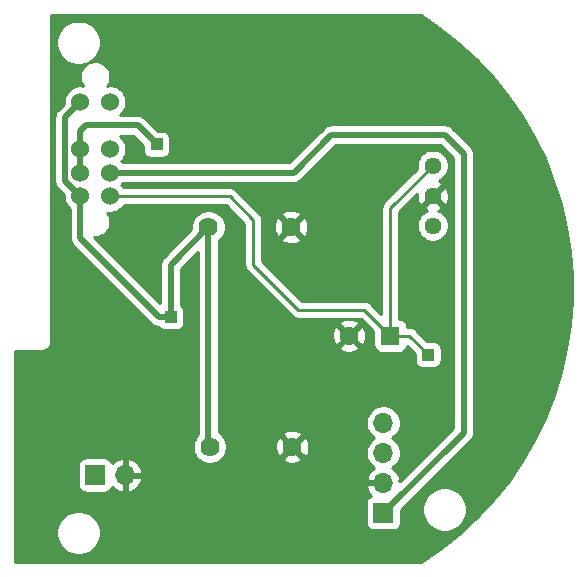
<source format=gbr>
%TF.GenerationSoftware,KiCad,Pcbnew,(5.1.10)-1*%
%TF.CreationDate,2022-05-30T19:02:36+03:00*%
%TF.ProjectId,night-light,6e696768-742d-46c6-9967-68742e6b6963,rev?*%
%TF.SameCoordinates,Original*%
%TF.FileFunction,Copper,L2,Bot*%
%TF.FilePolarity,Positive*%
%FSLAX46Y46*%
G04 Gerber Fmt 4.6, Leading zero omitted, Abs format (unit mm)*
G04 Created by KiCad (PCBNEW (5.1.10)-1) date 2022-05-30 19:02:36*
%MOMM*%
%LPD*%
G01*
G04 APERTURE LIST*
%TA.AperFunction,ComponentPad*%
%ADD10R,1.000000X1.000000*%
%TD*%
%TA.AperFunction,ComponentPad*%
%ADD11C,1.524000*%
%TD*%
%TA.AperFunction,ComponentPad*%
%ADD12C,1.440000*%
%TD*%
%TA.AperFunction,ComponentPad*%
%ADD13O,1.700000X1.700000*%
%TD*%
%TA.AperFunction,ComponentPad*%
%ADD14R,1.700000X1.700000*%
%TD*%
%TA.AperFunction,ComponentPad*%
%ADD15C,1.600000*%
%TD*%
%TA.AperFunction,ComponentPad*%
%ADD16R,1.600000X1.600000*%
%TD*%
%TA.AperFunction,ComponentPad*%
%ADD17C,1.624000*%
%TD*%
%TA.AperFunction,Conductor*%
%ADD18C,0.500000*%
%TD*%
%TA.AperFunction,Conductor*%
%ADD19C,0.250000*%
%TD*%
%TA.AperFunction,Conductor*%
%ADD20C,0.254000*%
%TD*%
%TA.AperFunction,Conductor*%
%ADD21C,0.100000*%
%TD*%
G04 APERTURE END LIST*
D10*
%TO.P,REF\u002A\u002A,1*%
%TO.N,BAT+*%
X31400000Y-29200000D03*
%TD*%
%TO.P,REF\u002A\u002A,1*%
%TO.N,Vch*%
X32600000Y-43800000D03*
%TD*%
%TO.P,REF\u002A\u002A,1*%
%TO.N,A_ON*%
X54400000Y-47000000D03*
%TD*%
D11*
%TO.P,SW1,4*%
%TO.N,Vch*%
X24950000Y-33600000D03*
%TO.P,SW1,3*%
%TO.N,BAT+*%
X24950000Y-31600000D03*
%TO.P,SW1,2*%
X24950000Y-29600000D03*
%TO.P,SW1,1*%
%TO.N,Vch*%
X24950000Y-25600000D03*
%TO.P,SW1,8*%
%TO.N,A_ON*%
X27450000Y-33600000D03*
%TO.P,SW1,7*%
%TO.N,+3V3*%
X27450000Y-31600000D03*
%TO.P,SW1,6*%
%TO.N,Net-(SW1-Pad6)*%
X27450000Y-29600000D03*
%TO.P,SW1,5*%
%TO.N,Net-(SW1-Pad5)*%
X27450000Y-25600000D03*
%TD*%
D12*
%TO.P,RV1,3*%
%TO.N,Net-(RV1-Pad3)*%
X54800000Y-36080000D03*
%TO.P,RV1,2*%
%TO.N,SOL-*%
X54800000Y-33540000D03*
%TO.P,RV1,1*%
%TO.N,A_ON*%
X54800000Y-31000000D03*
%TD*%
D13*
%TO.P,J2,2*%
%TO.N,SOL-*%
X28740000Y-57200000D03*
D14*
%TO.P,J2,1*%
%TO.N,SOL+*%
X26200000Y-57200000D03*
%TD*%
D13*
%TO.P,J1,4*%
%TO.N,+5V*%
X50600000Y-52780000D03*
%TO.P,J1,3*%
%TO.N,MOTION*%
X50600000Y-55320000D03*
%TO.P,J1,2*%
%TO.N,SOL-*%
X50600000Y-57860000D03*
D14*
%TO.P,J1,1*%
%TO.N,+3V3*%
X50600000Y-60400000D03*
%TD*%
D15*
%TO.P,C6,2*%
%TO.N,SOL-*%
X47700000Y-45400000D03*
D16*
%TO.P,C6,1*%
%TO.N,A_ON*%
X51200000Y-45400000D03*
%TD*%
D17*
%TO.P,C2,1*%
%TO.N,Vch*%
X35900000Y-54800000D03*
%TO.P,C2,2*%
%TO.N,SOL-*%
X42900000Y-54800000D03*
%TD*%
%TO.P,C1,1*%
%TO.N,Vch*%
X35800000Y-36200000D03*
%TO.P,C1,2*%
%TO.N,SOL-*%
X42800000Y-36200000D03*
%TD*%
D18*
%TO.N,Vch*%
X35800000Y-54700000D02*
X35900000Y-54800000D01*
X35800000Y-36200000D02*
X35800000Y-54700000D01*
X32600000Y-39400000D02*
X35800000Y-36200000D01*
X32600000Y-43800000D02*
X32600000Y-39400000D01*
X31600000Y-43800000D02*
X32600000Y-43800000D01*
X24950000Y-37150000D02*
X31600000Y-43800000D01*
X24950000Y-33600000D02*
X24950000Y-37150000D01*
X23637999Y-26912001D02*
X24950000Y-25600000D01*
X23637999Y-32287999D02*
X23637999Y-26912001D01*
X24950000Y-33600000D02*
X23637999Y-32287999D01*
D19*
%TO.N,A_ON*%
X52800000Y-45400000D02*
X54200000Y-46800000D01*
X51200000Y-45400000D02*
X52800000Y-45400000D01*
X27450000Y-33600000D02*
X37600000Y-33600000D01*
X37600000Y-33600000D02*
X39600000Y-35600000D01*
X39600000Y-35600000D02*
X39600000Y-39400000D01*
X39600000Y-39400000D02*
X43400000Y-43200000D01*
X49000000Y-43200000D02*
X51200000Y-45400000D01*
X43400000Y-43200000D02*
X49000000Y-43200000D01*
X51200000Y-34600000D02*
X51200000Y-45400000D01*
X54800000Y-31000000D02*
X51200000Y-34600000D01*
D18*
%TO.N,BAT+*%
X24950000Y-29600000D02*
X24950000Y-31600000D01*
X24950000Y-29600000D02*
X24950000Y-28050000D01*
X24950000Y-28050000D02*
X25400000Y-27600000D01*
X29800000Y-27600000D02*
X31400000Y-29200000D01*
X25400000Y-27600000D02*
X29800000Y-27600000D01*
%TO.N,+3V3*%
X27450000Y-31600000D02*
X43000000Y-31600000D01*
X50600000Y-60400000D02*
X57400000Y-53600000D01*
X57400000Y-53600000D02*
X57400000Y-30000000D01*
X57400000Y-30000000D02*
X55800000Y-28400000D01*
X46200000Y-28400000D02*
X43000000Y-31600000D01*
X55800000Y-28400000D02*
X46200000Y-28400000D01*
%TD*%
D20*
%TO.N,SOL-*%
X55352996Y-19309821D02*
X56963819Y-20583131D01*
X58474630Y-21973629D01*
X59876941Y-23473501D01*
X61162841Y-25074287D01*
X62325105Y-26766996D01*
X63357173Y-28542073D01*
X64253245Y-30389542D01*
X65008272Y-32298992D01*
X65618009Y-34259684D01*
X66079018Y-36260577D01*
X66388704Y-38290396D01*
X66545326Y-40337726D01*
X66548001Y-42391025D01*
X66396714Y-44438760D01*
X66092317Y-46469374D01*
X65636520Y-48471470D01*
X65031899Y-50433730D01*
X64281848Y-52345144D01*
X63390594Y-54194938D01*
X62363143Y-55972716D01*
X61205308Y-57668427D01*
X59923576Y-59272567D01*
X58525181Y-60776084D01*
X57017988Y-62170523D01*
X55410483Y-63448029D01*
X53802164Y-64540000D01*
X19460000Y-64540000D01*
X19460000Y-61914344D01*
X22915000Y-61914344D01*
X22915000Y-62285656D01*
X22987439Y-62649834D01*
X23129534Y-62992882D01*
X23335825Y-63301618D01*
X23598382Y-63564175D01*
X23907118Y-63770466D01*
X24250166Y-63912561D01*
X24614344Y-63985000D01*
X24985656Y-63985000D01*
X25349834Y-63912561D01*
X25692882Y-63770466D01*
X26001618Y-63564175D01*
X26264175Y-63301618D01*
X26470466Y-62992882D01*
X26612561Y-62649834D01*
X26685000Y-62285656D01*
X26685000Y-61914344D01*
X26612561Y-61550166D01*
X26470466Y-61207118D01*
X26264175Y-60898382D01*
X26001618Y-60635825D01*
X25692882Y-60429534D01*
X25349834Y-60287439D01*
X24985656Y-60215000D01*
X24614344Y-60215000D01*
X24250166Y-60287439D01*
X23907118Y-60429534D01*
X23598382Y-60635825D01*
X23335825Y-60898382D01*
X23129534Y-61207118D01*
X22987439Y-61550166D01*
X22915000Y-61914344D01*
X19460000Y-61914344D01*
X19460000Y-56350000D01*
X24711928Y-56350000D01*
X24711928Y-58050000D01*
X24724188Y-58174482D01*
X24760498Y-58294180D01*
X24819463Y-58404494D01*
X24898815Y-58501185D01*
X24995506Y-58580537D01*
X25105820Y-58639502D01*
X25225518Y-58675812D01*
X25350000Y-58688072D01*
X27050000Y-58688072D01*
X27174482Y-58675812D01*
X27294180Y-58639502D01*
X27404494Y-58580537D01*
X27501185Y-58501185D01*
X27580537Y-58404494D01*
X27639502Y-58294180D01*
X27663966Y-58213534D01*
X27739731Y-58297588D01*
X27973080Y-58471641D01*
X28235901Y-58596825D01*
X28383110Y-58641476D01*
X28613000Y-58520155D01*
X28613000Y-57327000D01*
X28867000Y-57327000D01*
X28867000Y-58520155D01*
X29096890Y-58641476D01*
X29244099Y-58596825D01*
X29506920Y-58471641D01*
X29740269Y-58297588D01*
X29935178Y-58081355D01*
X30084157Y-57831252D01*
X30181481Y-57556891D01*
X30060814Y-57327000D01*
X28867000Y-57327000D01*
X28613000Y-57327000D01*
X28593000Y-57327000D01*
X28593000Y-57073000D01*
X28613000Y-57073000D01*
X28613000Y-55879845D01*
X28867000Y-55879845D01*
X28867000Y-57073000D01*
X30060814Y-57073000D01*
X30181481Y-56843109D01*
X30084157Y-56568748D01*
X29935178Y-56318645D01*
X29740269Y-56102412D01*
X29506920Y-55928359D01*
X29244099Y-55803175D01*
X29096890Y-55758524D01*
X28867000Y-55879845D01*
X28613000Y-55879845D01*
X28383110Y-55758524D01*
X28235901Y-55803175D01*
X27973080Y-55928359D01*
X27739731Y-56102412D01*
X27663966Y-56186466D01*
X27639502Y-56105820D01*
X27580537Y-55995506D01*
X27501185Y-55898815D01*
X27404494Y-55819463D01*
X27294180Y-55760498D01*
X27174482Y-55724188D01*
X27050000Y-55711928D01*
X25350000Y-55711928D01*
X25225518Y-55724188D01*
X25105820Y-55760498D01*
X24995506Y-55819463D01*
X24898815Y-55898815D01*
X24819463Y-55995506D01*
X24760498Y-56105820D01*
X24724188Y-56225518D01*
X24711928Y-56350000D01*
X19460000Y-56350000D01*
X19460000Y-46660000D01*
X21767581Y-46660000D01*
X21800000Y-46663193D01*
X21832419Y-46660000D01*
X21929383Y-46650450D01*
X22053793Y-46612710D01*
X22168450Y-46551425D01*
X22268948Y-46468948D01*
X22351425Y-46368450D01*
X22412710Y-46253793D01*
X22450450Y-46129383D01*
X22463193Y-46000000D01*
X22460000Y-45967581D01*
X22460000Y-26912001D01*
X22748718Y-26912001D01*
X22753000Y-26955480D01*
X22752999Y-32244530D01*
X22748718Y-32287999D01*
X22752999Y-32331468D01*
X22752999Y-32331475D01*
X22756005Y-32361995D01*
X22765804Y-32461489D01*
X22781156Y-32512095D01*
X22816410Y-32628311D01*
X22898588Y-32782057D01*
X23009182Y-32916816D01*
X23042955Y-32944533D01*
X23554299Y-33455877D01*
X23553000Y-33462408D01*
X23553000Y-33737592D01*
X23606686Y-34007490D01*
X23711995Y-34261727D01*
X23864880Y-34490535D01*
X24059465Y-34685120D01*
X24065000Y-34688819D01*
X24065001Y-37106521D01*
X24060719Y-37150000D01*
X24077805Y-37323490D01*
X24128412Y-37490313D01*
X24210590Y-37644059D01*
X24293468Y-37745046D01*
X24293471Y-37745049D01*
X24321184Y-37778817D01*
X24354952Y-37806530D01*
X30943470Y-44395049D01*
X30971183Y-44428817D01*
X31004951Y-44456530D01*
X31004953Y-44456532D01*
X31071614Y-44511239D01*
X31105941Y-44539411D01*
X31259687Y-44621589D01*
X31426510Y-44672195D01*
X31556523Y-44685000D01*
X31556533Y-44685000D01*
X31597837Y-44689068D01*
X31648815Y-44751185D01*
X31745506Y-44830537D01*
X31855820Y-44889502D01*
X31975518Y-44925812D01*
X32100000Y-44938072D01*
X33100000Y-44938072D01*
X33224482Y-44925812D01*
X33344180Y-44889502D01*
X33454494Y-44830537D01*
X33551185Y-44751185D01*
X33630537Y-44654494D01*
X33689502Y-44544180D01*
X33725812Y-44424482D01*
X33738072Y-44300000D01*
X33738072Y-43300000D01*
X33725812Y-43175518D01*
X33689502Y-43055820D01*
X33630537Y-42945506D01*
X33551185Y-42848815D01*
X33485000Y-42794499D01*
X33485000Y-39766578D01*
X34915000Y-38336578D01*
X34915001Y-53738633D01*
X34776042Y-53877592D01*
X34617686Y-54114589D01*
X34508608Y-54377926D01*
X34453000Y-54657483D01*
X34453000Y-54942517D01*
X34508608Y-55222074D01*
X34617686Y-55485411D01*
X34776042Y-55722408D01*
X34977592Y-55923958D01*
X35214589Y-56082314D01*
X35477926Y-56191392D01*
X35757483Y-56247000D01*
X36042517Y-56247000D01*
X36322074Y-56191392D01*
X36585411Y-56082314D01*
X36822408Y-55923958D01*
X36945096Y-55801270D01*
X42078335Y-55801270D01*
X42151371Y-56046464D01*
X42408928Y-56168564D01*
X42685358Y-56238071D01*
X42970036Y-56252314D01*
X43252023Y-56210744D01*
X43520482Y-56114961D01*
X43648629Y-56046464D01*
X43721665Y-55801270D01*
X42900000Y-54979605D01*
X42078335Y-55801270D01*
X36945096Y-55801270D01*
X37023958Y-55722408D01*
X37182314Y-55485411D01*
X37291392Y-55222074D01*
X37347000Y-54942517D01*
X37347000Y-54870036D01*
X41447686Y-54870036D01*
X41489256Y-55152023D01*
X41585039Y-55420482D01*
X41653536Y-55548629D01*
X41898730Y-55621665D01*
X42720395Y-54800000D01*
X43079605Y-54800000D01*
X43901270Y-55621665D01*
X44146464Y-55548629D01*
X44268564Y-55291072D01*
X44338071Y-55014642D01*
X44352314Y-54729964D01*
X44310744Y-54447977D01*
X44214961Y-54179518D01*
X44146464Y-54051371D01*
X43901270Y-53978335D01*
X43079605Y-54800000D01*
X42720395Y-54800000D01*
X41898730Y-53978335D01*
X41653536Y-54051371D01*
X41531436Y-54308928D01*
X41461929Y-54585358D01*
X41447686Y-54870036D01*
X37347000Y-54870036D01*
X37347000Y-54657483D01*
X37291392Y-54377926D01*
X37182314Y-54114589D01*
X37023958Y-53877592D01*
X36945096Y-53798730D01*
X42078335Y-53798730D01*
X42900000Y-54620395D01*
X43721665Y-53798730D01*
X43648629Y-53553536D01*
X43391072Y-53431436D01*
X43114642Y-53361929D01*
X42829964Y-53347686D01*
X42547977Y-53389256D01*
X42279518Y-53485039D01*
X42151371Y-53553536D01*
X42078335Y-53798730D01*
X36945096Y-53798730D01*
X36822408Y-53676042D01*
X36685000Y-53584229D01*
X36685000Y-46392702D01*
X46886903Y-46392702D01*
X46958486Y-46636671D01*
X47213996Y-46757571D01*
X47488184Y-46826300D01*
X47770512Y-46840217D01*
X48050130Y-46798787D01*
X48316292Y-46703603D01*
X48441514Y-46636671D01*
X48513097Y-46392702D01*
X47700000Y-45579605D01*
X46886903Y-46392702D01*
X36685000Y-46392702D01*
X36685000Y-45470512D01*
X46259783Y-45470512D01*
X46301213Y-45750130D01*
X46396397Y-46016292D01*
X46463329Y-46141514D01*
X46707298Y-46213097D01*
X47520395Y-45400000D01*
X47879605Y-45400000D01*
X48692702Y-46213097D01*
X48936671Y-46141514D01*
X49057571Y-45886004D01*
X49126300Y-45611816D01*
X49140217Y-45329488D01*
X49098787Y-45049870D01*
X49003603Y-44783708D01*
X48936671Y-44658486D01*
X48692702Y-44586903D01*
X47879605Y-45400000D01*
X47520395Y-45400000D01*
X46707298Y-44586903D01*
X46463329Y-44658486D01*
X46342429Y-44913996D01*
X46273700Y-45188184D01*
X46259783Y-45470512D01*
X36685000Y-45470512D01*
X36685000Y-37348953D01*
X36722408Y-37323958D01*
X36923958Y-37122408D01*
X37082314Y-36885411D01*
X37191392Y-36622074D01*
X37247000Y-36342517D01*
X37247000Y-36057483D01*
X37191392Y-35777926D01*
X37082314Y-35514589D01*
X36923958Y-35277592D01*
X36722408Y-35076042D01*
X36485411Y-34917686D01*
X36222074Y-34808608D01*
X35942517Y-34753000D01*
X35657483Y-34753000D01*
X35377926Y-34808608D01*
X35114589Y-34917686D01*
X34877592Y-35076042D01*
X34676042Y-35277592D01*
X34517686Y-35514589D01*
X34408608Y-35777926D01*
X34353000Y-36057483D01*
X34353000Y-36342517D01*
X34361777Y-36386644D01*
X32004951Y-38743471D01*
X31971184Y-38771183D01*
X31943471Y-38804951D01*
X31943468Y-38804954D01*
X31860590Y-38905941D01*
X31778412Y-39059687D01*
X31727805Y-39226510D01*
X31710719Y-39400000D01*
X31715001Y-39443479D01*
X31715000Y-42663421D01*
X26086578Y-37035000D01*
X26326561Y-37035000D01*
X26574821Y-36985619D01*
X26808676Y-36888753D01*
X27019140Y-36748125D01*
X27198125Y-36569140D01*
X27338753Y-36358676D01*
X27435619Y-36124821D01*
X27485000Y-35876561D01*
X27485000Y-35623439D01*
X27435619Y-35375179D01*
X27338753Y-35141324D01*
X27231575Y-34980921D01*
X27312408Y-34997000D01*
X27587592Y-34997000D01*
X27857490Y-34943314D01*
X28111727Y-34838005D01*
X28340535Y-34685120D01*
X28535120Y-34490535D01*
X28622341Y-34360000D01*
X37285199Y-34360000D01*
X38840000Y-35914802D01*
X38840001Y-39362668D01*
X38836324Y-39400000D01*
X38850998Y-39548985D01*
X38894454Y-39692246D01*
X38965026Y-39824276D01*
X39036201Y-39911002D01*
X39060000Y-39940001D01*
X39088998Y-39963799D01*
X42836200Y-43711002D01*
X42859999Y-43740001D01*
X42888997Y-43763799D01*
X42975724Y-43834974D01*
X43107753Y-43905546D01*
X43251014Y-43949003D01*
X43400000Y-43963677D01*
X43437333Y-43960000D01*
X47628023Y-43960000D01*
X47349870Y-44001213D01*
X47083708Y-44096397D01*
X46958486Y-44163329D01*
X46886903Y-44407298D01*
X47700000Y-45220395D01*
X48513097Y-44407298D01*
X48441514Y-44163329D01*
X48186004Y-44042429D01*
X47911816Y-43973700D01*
X47633890Y-43960000D01*
X48685199Y-43960000D01*
X49761928Y-45036730D01*
X49761928Y-46200000D01*
X49774188Y-46324482D01*
X49810498Y-46444180D01*
X49869463Y-46554494D01*
X49948815Y-46651185D01*
X50045506Y-46730537D01*
X50155820Y-46789502D01*
X50275518Y-46825812D01*
X50400000Y-46838072D01*
X52000000Y-46838072D01*
X52124482Y-46825812D01*
X52244180Y-46789502D01*
X52354494Y-46730537D01*
X52451185Y-46651185D01*
X52530537Y-46554494D01*
X52589502Y-46444180D01*
X52625812Y-46324482D01*
X52627952Y-46302753D01*
X53261928Y-46936730D01*
X53261928Y-47500000D01*
X53274188Y-47624482D01*
X53310498Y-47744180D01*
X53369463Y-47854494D01*
X53448815Y-47951185D01*
X53545506Y-48030537D01*
X53655820Y-48089502D01*
X53775518Y-48125812D01*
X53900000Y-48138072D01*
X54900000Y-48138072D01*
X55024482Y-48125812D01*
X55144180Y-48089502D01*
X55254494Y-48030537D01*
X55351185Y-47951185D01*
X55430537Y-47854494D01*
X55489502Y-47744180D01*
X55525812Y-47624482D01*
X55538072Y-47500000D01*
X55538072Y-46500000D01*
X55525812Y-46375518D01*
X55489502Y-46255820D01*
X55430537Y-46145506D01*
X55351185Y-46048815D01*
X55254494Y-45969463D01*
X55144180Y-45910498D01*
X55024482Y-45874188D01*
X54900000Y-45861928D01*
X54336730Y-45861928D01*
X53363804Y-44889003D01*
X53340001Y-44859999D01*
X53224276Y-44765026D01*
X53092247Y-44694454D01*
X52948986Y-44650997D01*
X52837333Y-44640000D01*
X52837322Y-44640000D01*
X52800000Y-44636324D01*
X52762678Y-44640000D01*
X52638072Y-44640000D01*
X52638072Y-44600000D01*
X52625812Y-44475518D01*
X52589502Y-44355820D01*
X52530537Y-44245506D01*
X52451185Y-44148815D01*
X52354494Y-44069463D01*
X52244180Y-44010498D01*
X52124482Y-43974188D01*
X52000000Y-43961928D01*
X51960000Y-43961928D01*
X51960000Y-35946544D01*
X53445000Y-35946544D01*
X53445000Y-36213456D01*
X53497072Y-36475239D01*
X53599215Y-36721833D01*
X53747503Y-36943762D01*
X53936238Y-37132497D01*
X54158167Y-37280785D01*
X54404761Y-37382928D01*
X54666544Y-37435000D01*
X54933456Y-37435000D01*
X55195239Y-37382928D01*
X55441833Y-37280785D01*
X55663762Y-37132497D01*
X55852497Y-36943762D01*
X56000785Y-36721833D01*
X56102928Y-36475239D01*
X56155000Y-36213456D01*
X56155000Y-35946544D01*
X56102928Y-35684761D01*
X56000785Y-35438167D01*
X55852497Y-35216238D01*
X55663762Y-35027503D01*
X55441833Y-34879215D01*
X55273676Y-34809562D01*
X55388353Y-34767875D01*
X55494068Y-34711368D01*
X55555955Y-34475560D01*
X54800000Y-33719605D01*
X54044045Y-34475560D01*
X54105932Y-34711368D01*
X54321007Y-34811764D01*
X54158167Y-34879215D01*
X53936238Y-35027503D01*
X53747503Y-35216238D01*
X53599215Y-35438167D01*
X53497072Y-35684761D01*
X53445000Y-35946544D01*
X51960000Y-35946544D01*
X51960000Y-34914801D01*
X53448705Y-33426097D01*
X53440439Y-33613680D01*
X53480937Y-33877501D01*
X53572125Y-34128353D01*
X53628632Y-34234068D01*
X53864440Y-34295955D01*
X54620395Y-33540000D01*
X54979605Y-33540000D01*
X55735560Y-34295955D01*
X55971368Y-34234068D01*
X56084266Y-33992210D01*
X56147811Y-33732973D01*
X56159561Y-33466320D01*
X56119063Y-33202499D01*
X56027875Y-32951647D01*
X55971368Y-32845932D01*
X55735560Y-32784045D01*
X54979605Y-33540000D01*
X54620395Y-33540000D01*
X54606253Y-33525858D01*
X54785858Y-33346253D01*
X54800000Y-33360395D01*
X55555955Y-32604440D01*
X55494068Y-32368632D01*
X55278993Y-32268236D01*
X55441833Y-32200785D01*
X55663762Y-32052497D01*
X55852497Y-31863762D01*
X56000785Y-31641833D01*
X56102928Y-31395239D01*
X56155000Y-31133456D01*
X56155000Y-30866544D01*
X56102928Y-30604761D01*
X56000785Y-30358167D01*
X55852497Y-30136238D01*
X55663762Y-29947503D01*
X55441833Y-29799215D01*
X55195239Y-29697072D01*
X54933456Y-29645000D01*
X54666544Y-29645000D01*
X54404761Y-29697072D01*
X54158167Y-29799215D01*
X53936238Y-29947503D01*
X53747503Y-30136238D01*
X53599215Y-30358167D01*
X53497072Y-30604761D01*
X53445000Y-30866544D01*
X53445000Y-31133456D01*
X53469346Y-31255852D01*
X50689003Y-34036196D01*
X50659999Y-34059999D01*
X50604871Y-34127174D01*
X50565026Y-34175724D01*
X50500761Y-34295955D01*
X50494454Y-34307754D01*
X50450997Y-34451015D01*
X50440000Y-34562668D01*
X50440000Y-34562678D01*
X50436324Y-34600000D01*
X50440000Y-34637322D01*
X50440001Y-43565199D01*
X49563804Y-42689003D01*
X49540001Y-42659999D01*
X49424276Y-42565026D01*
X49292247Y-42494454D01*
X49148986Y-42450997D01*
X49037333Y-42440000D01*
X49037322Y-42440000D01*
X49000000Y-42436324D01*
X48962678Y-42440000D01*
X43714802Y-42440000D01*
X40360000Y-39085199D01*
X40360000Y-37201270D01*
X41978335Y-37201270D01*
X42051371Y-37446464D01*
X42308928Y-37568564D01*
X42585358Y-37638071D01*
X42870036Y-37652314D01*
X43152023Y-37610744D01*
X43420482Y-37514961D01*
X43548629Y-37446464D01*
X43621665Y-37201270D01*
X42800000Y-36379605D01*
X41978335Y-37201270D01*
X40360000Y-37201270D01*
X40360000Y-36270036D01*
X41347686Y-36270036D01*
X41389256Y-36552023D01*
X41485039Y-36820482D01*
X41553536Y-36948629D01*
X41798730Y-37021665D01*
X42620395Y-36200000D01*
X42979605Y-36200000D01*
X43801270Y-37021665D01*
X44046464Y-36948629D01*
X44168564Y-36691072D01*
X44238071Y-36414642D01*
X44252314Y-36129964D01*
X44210744Y-35847977D01*
X44114961Y-35579518D01*
X44046464Y-35451371D01*
X43801270Y-35378335D01*
X42979605Y-36200000D01*
X42620395Y-36200000D01*
X41798730Y-35378335D01*
X41553536Y-35451371D01*
X41431436Y-35708928D01*
X41361929Y-35985358D01*
X41347686Y-36270036D01*
X40360000Y-36270036D01*
X40360000Y-35637322D01*
X40363676Y-35599999D01*
X40360000Y-35562676D01*
X40360000Y-35562667D01*
X40349003Y-35451014D01*
X40305546Y-35307753D01*
X40289424Y-35277592D01*
X40247272Y-35198730D01*
X41978335Y-35198730D01*
X42800000Y-36020395D01*
X43621665Y-35198730D01*
X43548629Y-34953536D01*
X43291072Y-34831436D01*
X43014642Y-34761929D01*
X42729964Y-34747686D01*
X42447977Y-34789256D01*
X42179518Y-34885039D01*
X42051371Y-34953536D01*
X41978335Y-35198730D01*
X40247272Y-35198730D01*
X40234974Y-35175723D01*
X40163799Y-35088997D01*
X40140001Y-35059999D01*
X40111004Y-35036202D01*
X38163804Y-33089003D01*
X38140001Y-33059999D01*
X38024276Y-32965026D01*
X37892247Y-32894454D01*
X37748986Y-32850997D01*
X37637333Y-32840000D01*
X37637322Y-32840000D01*
X37600000Y-32836324D01*
X37562678Y-32840000D01*
X28622341Y-32840000D01*
X28535120Y-32709465D01*
X28425655Y-32600000D01*
X28535120Y-32490535D01*
X28538818Y-32485000D01*
X42956531Y-32485000D01*
X43000000Y-32489281D01*
X43043469Y-32485000D01*
X43043477Y-32485000D01*
X43173490Y-32472195D01*
X43340313Y-32421589D01*
X43494059Y-32339411D01*
X43628817Y-32228817D01*
X43656534Y-32195044D01*
X46566579Y-29285000D01*
X55433422Y-29285000D01*
X56515001Y-30366580D01*
X56515000Y-53233421D01*
X52015424Y-57732998D01*
X51920156Y-57732998D01*
X52041476Y-57503110D01*
X51996825Y-57355901D01*
X51871641Y-57093080D01*
X51697588Y-56859731D01*
X51481355Y-56664822D01*
X51364466Y-56595195D01*
X51546632Y-56473475D01*
X51753475Y-56266632D01*
X51915990Y-56023411D01*
X52027932Y-55753158D01*
X52085000Y-55466260D01*
X52085000Y-55173740D01*
X52027932Y-54886842D01*
X51915990Y-54616589D01*
X51753475Y-54373368D01*
X51546632Y-54166525D01*
X51372240Y-54050000D01*
X51546632Y-53933475D01*
X51753475Y-53726632D01*
X51915990Y-53483411D01*
X52027932Y-53213158D01*
X52085000Y-52926260D01*
X52085000Y-52633740D01*
X52027932Y-52346842D01*
X51915990Y-52076589D01*
X51753475Y-51833368D01*
X51546632Y-51626525D01*
X51303411Y-51464010D01*
X51033158Y-51352068D01*
X50746260Y-51295000D01*
X50453740Y-51295000D01*
X50166842Y-51352068D01*
X49896589Y-51464010D01*
X49653368Y-51626525D01*
X49446525Y-51833368D01*
X49284010Y-52076589D01*
X49172068Y-52346842D01*
X49115000Y-52633740D01*
X49115000Y-52926260D01*
X49172068Y-53213158D01*
X49284010Y-53483411D01*
X49446525Y-53726632D01*
X49653368Y-53933475D01*
X49827760Y-54050000D01*
X49653368Y-54166525D01*
X49446525Y-54373368D01*
X49284010Y-54616589D01*
X49172068Y-54886842D01*
X49115000Y-55173740D01*
X49115000Y-55466260D01*
X49172068Y-55753158D01*
X49284010Y-56023411D01*
X49446525Y-56266632D01*
X49653368Y-56473475D01*
X49835534Y-56595195D01*
X49718645Y-56664822D01*
X49502412Y-56859731D01*
X49328359Y-57093080D01*
X49203175Y-57355901D01*
X49158524Y-57503110D01*
X49279845Y-57733000D01*
X50473000Y-57733000D01*
X50473000Y-57713000D01*
X50727000Y-57713000D01*
X50727000Y-57733000D01*
X50747000Y-57733000D01*
X50747000Y-57987000D01*
X50727000Y-57987000D01*
X50727000Y-58007000D01*
X50473000Y-58007000D01*
X50473000Y-57987000D01*
X49279845Y-57987000D01*
X49158524Y-58216890D01*
X49203175Y-58364099D01*
X49328359Y-58626920D01*
X49502412Y-58860269D01*
X49586466Y-58936034D01*
X49505820Y-58960498D01*
X49395506Y-59019463D01*
X49298815Y-59098815D01*
X49219463Y-59195506D01*
X49160498Y-59305820D01*
X49124188Y-59425518D01*
X49111928Y-59550000D01*
X49111928Y-61250000D01*
X49124188Y-61374482D01*
X49160498Y-61494180D01*
X49219463Y-61604494D01*
X49298815Y-61701185D01*
X49395506Y-61780537D01*
X49505820Y-61839502D01*
X49625518Y-61875812D01*
X49750000Y-61888072D01*
X51450000Y-61888072D01*
X51574482Y-61875812D01*
X51694180Y-61839502D01*
X51804494Y-61780537D01*
X51901185Y-61701185D01*
X51980537Y-61604494D01*
X52039502Y-61494180D01*
X52075812Y-61374482D01*
X52088072Y-61250000D01*
X52088072Y-60163506D01*
X52337234Y-59914344D01*
X53915000Y-59914344D01*
X53915000Y-60285656D01*
X53987439Y-60649834D01*
X54129534Y-60992882D01*
X54335825Y-61301618D01*
X54598382Y-61564175D01*
X54907118Y-61770466D01*
X55250166Y-61912561D01*
X55614344Y-61985000D01*
X55985656Y-61985000D01*
X56349834Y-61912561D01*
X56692882Y-61770466D01*
X57001618Y-61564175D01*
X57264175Y-61301618D01*
X57470466Y-60992882D01*
X57612561Y-60649834D01*
X57685000Y-60285656D01*
X57685000Y-59914344D01*
X57612561Y-59550166D01*
X57470466Y-59207118D01*
X57264175Y-58898382D01*
X57001618Y-58635825D01*
X56692882Y-58429534D01*
X56349834Y-58287439D01*
X55985656Y-58215000D01*
X55614344Y-58215000D01*
X55250166Y-58287439D01*
X54907118Y-58429534D01*
X54598382Y-58635825D01*
X54335825Y-58898382D01*
X54129534Y-59207118D01*
X53987439Y-59550166D01*
X53915000Y-59914344D01*
X52337234Y-59914344D01*
X57995051Y-54256528D01*
X58028817Y-54228817D01*
X58074223Y-54173491D01*
X58139410Y-54094060D01*
X58139411Y-54094059D01*
X58221589Y-53940313D01*
X58272195Y-53773490D01*
X58285000Y-53643477D01*
X58285000Y-53643467D01*
X58289281Y-53600001D01*
X58285000Y-53556535D01*
X58285000Y-30043469D01*
X58289281Y-30000000D01*
X58285000Y-29956531D01*
X58285000Y-29956523D01*
X58272195Y-29826510D01*
X58221589Y-29659687D01*
X58139411Y-29505941D01*
X58128022Y-29492063D01*
X58056532Y-29404953D01*
X58056530Y-29404951D01*
X58028817Y-29371183D01*
X57995049Y-29343470D01*
X56456534Y-27804956D01*
X56428817Y-27771183D01*
X56294059Y-27660589D01*
X56140313Y-27578411D01*
X55973490Y-27527805D01*
X55843477Y-27515000D01*
X55843469Y-27515000D01*
X55800000Y-27510719D01*
X55756531Y-27515000D01*
X46243465Y-27515000D01*
X46199999Y-27510719D01*
X46156533Y-27515000D01*
X46156523Y-27515000D01*
X46026510Y-27527805D01*
X45859687Y-27578411D01*
X45705941Y-27660589D01*
X45705939Y-27660590D01*
X45705940Y-27660590D01*
X45604953Y-27743468D01*
X45604951Y-27743470D01*
X45571183Y-27771183D01*
X45543470Y-27804951D01*
X42633422Y-30715000D01*
X28538818Y-30715000D01*
X28535120Y-30709465D01*
X28425655Y-30600000D01*
X28535120Y-30490535D01*
X28688005Y-30261727D01*
X28793314Y-30007490D01*
X28847000Y-29737592D01*
X28847000Y-29462408D01*
X28793314Y-29192510D01*
X28688005Y-28938273D01*
X28535120Y-28709465D01*
X28340535Y-28514880D01*
X28295817Y-28485000D01*
X29433422Y-28485000D01*
X30261928Y-29313507D01*
X30261928Y-29700000D01*
X30274188Y-29824482D01*
X30310498Y-29944180D01*
X30369463Y-30054494D01*
X30448815Y-30151185D01*
X30545506Y-30230537D01*
X30655820Y-30289502D01*
X30775518Y-30325812D01*
X30900000Y-30338072D01*
X31900000Y-30338072D01*
X32024482Y-30325812D01*
X32144180Y-30289502D01*
X32254494Y-30230537D01*
X32351185Y-30151185D01*
X32430537Y-30054494D01*
X32489502Y-29944180D01*
X32525812Y-29824482D01*
X32538072Y-29700000D01*
X32538072Y-28700000D01*
X32525812Y-28575518D01*
X32489502Y-28455820D01*
X32430537Y-28345506D01*
X32351185Y-28248815D01*
X32254494Y-28169463D01*
X32144180Y-28110498D01*
X32024482Y-28074188D01*
X31900000Y-28061928D01*
X31513507Y-28061928D01*
X30456534Y-27004956D01*
X30428817Y-26971183D01*
X30294059Y-26860589D01*
X30140313Y-26778411D01*
X29973490Y-26727805D01*
X29843477Y-26715000D01*
X29843469Y-26715000D01*
X29800000Y-26710719D01*
X29756531Y-26715000D01*
X28295817Y-26715000D01*
X28340535Y-26685120D01*
X28535120Y-26490535D01*
X28688005Y-26261727D01*
X28793314Y-26007490D01*
X28847000Y-25737592D01*
X28847000Y-25462408D01*
X28793314Y-25192510D01*
X28688005Y-24938273D01*
X28535120Y-24709465D01*
X28340535Y-24514880D01*
X28111727Y-24361995D01*
X27857490Y-24256686D01*
X27587592Y-24203000D01*
X27312408Y-24203000D01*
X27231575Y-24219079D01*
X27338753Y-24058676D01*
X27435619Y-23824821D01*
X27485000Y-23576561D01*
X27485000Y-23323439D01*
X27435619Y-23075179D01*
X27338753Y-22841324D01*
X27198125Y-22630860D01*
X27019140Y-22451875D01*
X26808676Y-22311247D01*
X26574821Y-22214381D01*
X26326561Y-22165000D01*
X26073439Y-22165000D01*
X25825179Y-22214381D01*
X25697945Y-22267083D01*
X26001618Y-22064175D01*
X26264175Y-21801618D01*
X26470466Y-21492882D01*
X26612561Y-21149834D01*
X26685000Y-20785656D01*
X26685000Y-20414344D01*
X26612561Y-20050166D01*
X26470466Y-19707118D01*
X26264175Y-19398382D01*
X26001618Y-19135825D01*
X25692882Y-18929534D01*
X25349834Y-18787439D01*
X24985656Y-18715000D01*
X24614344Y-18715000D01*
X24250166Y-18787439D01*
X23907118Y-18929534D01*
X23598382Y-19135825D01*
X23335825Y-19398382D01*
X23129534Y-19707118D01*
X22987439Y-20050166D01*
X22915000Y-20414344D01*
X22915000Y-20785656D01*
X22987439Y-21149834D01*
X23129534Y-21492882D01*
X23335825Y-21801618D01*
X23598382Y-22064175D01*
X23907118Y-22270466D01*
X24250166Y-22412561D01*
X24614344Y-22485000D01*
X24985656Y-22485000D01*
X25349834Y-22412561D01*
X25586262Y-22314630D01*
X25380860Y-22451875D01*
X25201875Y-22630860D01*
X25061247Y-22841324D01*
X24964381Y-23075179D01*
X24915000Y-23323439D01*
X24915000Y-23576561D01*
X24964381Y-23824821D01*
X25061247Y-24058676D01*
X25168425Y-24219079D01*
X25087592Y-24203000D01*
X24812408Y-24203000D01*
X24542510Y-24256686D01*
X24288273Y-24361995D01*
X24059465Y-24514880D01*
X23864880Y-24709465D01*
X23711995Y-24938273D01*
X23606686Y-25192510D01*
X23553000Y-25462408D01*
X23553000Y-25737592D01*
X23554299Y-25744123D01*
X23042950Y-26255472D01*
X23009183Y-26283184D01*
X22981470Y-26316952D01*
X22981467Y-26316955D01*
X22898589Y-26417942D01*
X22816411Y-26571688D01*
X22765804Y-26738511D01*
X22748718Y-26912001D01*
X22460000Y-26912001D01*
X22460000Y-18260000D01*
X53798059Y-18260000D01*
X55352996Y-19309821D01*
%TA.AperFunction,Conductor*%
D21*
G36*
X55352996Y-19309821D02*
G01*
X56963819Y-20583131D01*
X58474630Y-21973629D01*
X59876941Y-23473501D01*
X61162841Y-25074287D01*
X62325105Y-26766996D01*
X63357173Y-28542073D01*
X64253245Y-30389542D01*
X65008272Y-32298992D01*
X65618009Y-34259684D01*
X66079018Y-36260577D01*
X66388704Y-38290396D01*
X66545326Y-40337726D01*
X66548001Y-42391025D01*
X66396714Y-44438760D01*
X66092317Y-46469374D01*
X65636520Y-48471470D01*
X65031899Y-50433730D01*
X64281848Y-52345144D01*
X63390594Y-54194938D01*
X62363143Y-55972716D01*
X61205308Y-57668427D01*
X59923576Y-59272567D01*
X58525181Y-60776084D01*
X57017988Y-62170523D01*
X55410483Y-63448029D01*
X53802164Y-64540000D01*
X19460000Y-64540000D01*
X19460000Y-61914344D01*
X22915000Y-61914344D01*
X22915000Y-62285656D01*
X22987439Y-62649834D01*
X23129534Y-62992882D01*
X23335825Y-63301618D01*
X23598382Y-63564175D01*
X23907118Y-63770466D01*
X24250166Y-63912561D01*
X24614344Y-63985000D01*
X24985656Y-63985000D01*
X25349834Y-63912561D01*
X25692882Y-63770466D01*
X26001618Y-63564175D01*
X26264175Y-63301618D01*
X26470466Y-62992882D01*
X26612561Y-62649834D01*
X26685000Y-62285656D01*
X26685000Y-61914344D01*
X26612561Y-61550166D01*
X26470466Y-61207118D01*
X26264175Y-60898382D01*
X26001618Y-60635825D01*
X25692882Y-60429534D01*
X25349834Y-60287439D01*
X24985656Y-60215000D01*
X24614344Y-60215000D01*
X24250166Y-60287439D01*
X23907118Y-60429534D01*
X23598382Y-60635825D01*
X23335825Y-60898382D01*
X23129534Y-61207118D01*
X22987439Y-61550166D01*
X22915000Y-61914344D01*
X19460000Y-61914344D01*
X19460000Y-56350000D01*
X24711928Y-56350000D01*
X24711928Y-58050000D01*
X24724188Y-58174482D01*
X24760498Y-58294180D01*
X24819463Y-58404494D01*
X24898815Y-58501185D01*
X24995506Y-58580537D01*
X25105820Y-58639502D01*
X25225518Y-58675812D01*
X25350000Y-58688072D01*
X27050000Y-58688072D01*
X27174482Y-58675812D01*
X27294180Y-58639502D01*
X27404494Y-58580537D01*
X27501185Y-58501185D01*
X27580537Y-58404494D01*
X27639502Y-58294180D01*
X27663966Y-58213534D01*
X27739731Y-58297588D01*
X27973080Y-58471641D01*
X28235901Y-58596825D01*
X28383110Y-58641476D01*
X28613000Y-58520155D01*
X28613000Y-57327000D01*
X28867000Y-57327000D01*
X28867000Y-58520155D01*
X29096890Y-58641476D01*
X29244099Y-58596825D01*
X29506920Y-58471641D01*
X29740269Y-58297588D01*
X29935178Y-58081355D01*
X30084157Y-57831252D01*
X30181481Y-57556891D01*
X30060814Y-57327000D01*
X28867000Y-57327000D01*
X28613000Y-57327000D01*
X28593000Y-57327000D01*
X28593000Y-57073000D01*
X28613000Y-57073000D01*
X28613000Y-55879845D01*
X28867000Y-55879845D01*
X28867000Y-57073000D01*
X30060814Y-57073000D01*
X30181481Y-56843109D01*
X30084157Y-56568748D01*
X29935178Y-56318645D01*
X29740269Y-56102412D01*
X29506920Y-55928359D01*
X29244099Y-55803175D01*
X29096890Y-55758524D01*
X28867000Y-55879845D01*
X28613000Y-55879845D01*
X28383110Y-55758524D01*
X28235901Y-55803175D01*
X27973080Y-55928359D01*
X27739731Y-56102412D01*
X27663966Y-56186466D01*
X27639502Y-56105820D01*
X27580537Y-55995506D01*
X27501185Y-55898815D01*
X27404494Y-55819463D01*
X27294180Y-55760498D01*
X27174482Y-55724188D01*
X27050000Y-55711928D01*
X25350000Y-55711928D01*
X25225518Y-55724188D01*
X25105820Y-55760498D01*
X24995506Y-55819463D01*
X24898815Y-55898815D01*
X24819463Y-55995506D01*
X24760498Y-56105820D01*
X24724188Y-56225518D01*
X24711928Y-56350000D01*
X19460000Y-56350000D01*
X19460000Y-46660000D01*
X21767581Y-46660000D01*
X21800000Y-46663193D01*
X21832419Y-46660000D01*
X21929383Y-46650450D01*
X22053793Y-46612710D01*
X22168450Y-46551425D01*
X22268948Y-46468948D01*
X22351425Y-46368450D01*
X22412710Y-46253793D01*
X22450450Y-46129383D01*
X22463193Y-46000000D01*
X22460000Y-45967581D01*
X22460000Y-26912001D01*
X22748718Y-26912001D01*
X22753000Y-26955480D01*
X22752999Y-32244530D01*
X22748718Y-32287999D01*
X22752999Y-32331468D01*
X22752999Y-32331475D01*
X22756005Y-32361995D01*
X22765804Y-32461489D01*
X22781156Y-32512095D01*
X22816410Y-32628311D01*
X22898588Y-32782057D01*
X23009182Y-32916816D01*
X23042955Y-32944533D01*
X23554299Y-33455877D01*
X23553000Y-33462408D01*
X23553000Y-33737592D01*
X23606686Y-34007490D01*
X23711995Y-34261727D01*
X23864880Y-34490535D01*
X24059465Y-34685120D01*
X24065000Y-34688819D01*
X24065001Y-37106521D01*
X24060719Y-37150000D01*
X24077805Y-37323490D01*
X24128412Y-37490313D01*
X24210590Y-37644059D01*
X24293468Y-37745046D01*
X24293471Y-37745049D01*
X24321184Y-37778817D01*
X24354952Y-37806530D01*
X30943470Y-44395049D01*
X30971183Y-44428817D01*
X31004951Y-44456530D01*
X31004953Y-44456532D01*
X31071614Y-44511239D01*
X31105941Y-44539411D01*
X31259687Y-44621589D01*
X31426510Y-44672195D01*
X31556523Y-44685000D01*
X31556533Y-44685000D01*
X31597837Y-44689068D01*
X31648815Y-44751185D01*
X31745506Y-44830537D01*
X31855820Y-44889502D01*
X31975518Y-44925812D01*
X32100000Y-44938072D01*
X33100000Y-44938072D01*
X33224482Y-44925812D01*
X33344180Y-44889502D01*
X33454494Y-44830537D01*
X33551185Y-44751185D01*
X33630537Y-44654494D01*
X33689502Y-44544180D01*
X33725812Y-44424482D01*
X33738072Y-44300000D01*
X33738072Y-43300000D01*
X33725812Y-43175518D01*
X33689502Y-43055820D01*
X33630537Y-42945506D01*
X33551185Y-42848815D01*
X33485000Y-42794499D01*
X33485000Y-39766578D01*
X34915000Y-38336578D01*
X34915001Y-53738633D01*
X34776042Y-53877592D01*
X34617686Y-54114589D01*
X34508608Y-54377926D01*
X34453000Y-54657483D01*
X34453000Y-54942517D01*
X34508608Y-55222074D01*
X34617686Y-55485411D01*
X34776042Y-55722408D01*
X34977592Y-55923958D01*
X35214589Y-56082314D01*
X35477926Y-56191392D01*
X35757483Y-56247000D01*
X36042517Y-56247000D01*
X36322074Y-56191392D01*
X36585411Y-56082314D01*
X36822408Y-55923958D01*
X36945096Y-55801270D01*
X42078335Y-55801270D01*
X42151371Y-56046464D01*
X42408928Y-56168564D01*
X42685358Y-56238071D01*
X42970036Y-56252314D01*
X43252023Y-56210744D01*
X43520482Y-56114961D01*
X43648629Y-56046464D01*
X43721665Y-55801270D01*
X42900000Y-54979605D01*
X42078335Y-55801270D01*
X36945096Y-55801270D01*
X37023958Y-55722408D01*
X37182314Y-55485411D01*
X37291392Y-55222074D01*
X37347000Y-54942517D01*
X37347000Y-54870036D01*
X41447686Y-54870036D01*
X41489256Y-55152023D01*
X41585039Y-55420482D01*
X41653536Y-55548629D01*
X41898730Y-55621665D01*
X42720395Y-54800000D01*
X43079605Y-54800000D01*
X43901270Y-55621665D01*
X44146464Y-55548629D01*
X44268564Y-55291072D01*
X44338071Y-55014642D01*
X44352314Y-54729964D01*
X44310744Y-54447977D01*
X44214961Y-54179518D01*
X44146464Y-54051371D01*
X43901270Y-53978335D01*
X43079605Y-54800000D01*
X42720395Y-54800000D01*
X41898730Y-53978335D01*
X41653536Y-54051371D01*
X41531436Y-54308928D01*
X41461929Y-54585358D01*
X41447686Y-54870036D01*
X37347000Y-54870036D01*
X37347000Y-54657483D01*
X37291392Y-54377926D01*
X37182314Y-54114589D01*
X37023958Y-53877592D01*
X36945096Y-53798730D01*
X42078335Y-53798730D01*
X42900000Y-54620395D01*
X43721665Y-53798730D01*
X43648629Y-53553536D01*
X43391072Y-53431436D01*
X43114642Y-53361929D01*
X42829964Y-53347686D01*
X42547977Y-53389256D01*
X42279518Y-53485039D01*
X42151371Y-53553536D01*
X42078335Y-53798730D01*
X36945096Y-53798730D01*
X36822408Y-53676042D01*
X36685000Y-53584229D01*
X36685000Y-46392702D01*
X46886903Y-46392702D01*
X46958486Y-46636671D01*
X47213996Y-46757571D01*
X47488184Y-46826300D01*
X47770512Y-46840217D01*
X48050130Y-46798787D01*
X48316292Y-46703603D01*
X48441514Y-46636671D01*
X48513097Y-46392702D01*
X47700000Y-45579605D01*
X46886903Y-46392702D01*
X36685000Y-46392702D01*
X36685000Y-45470512D01*
X46259783Y-45470512D01*
X46301213Y-45750130D01*
X46396397Y-46016292D01*
X46463329Y-46141514D01*
X46707298Y-46213097D01*
X47520395Y-45400000D01*
X47879605Y-45400000D01*
X48692702Y-46213097D01*
X48936671Y-46141514D01*
X49057571Y-45886004D01*
X49126300Y-45611816D01*
X49140217Y-45329488D01*
X49098787Y-45049870D01*
X49003603Y-44783708D01*
X48936671Y-44658486D01*
X48692702Y-44586903D01*
X47879605Y-45400000D01*
X47520395Y-45400000D01*
X46707298Y-44586903D01*
X46463329Y-44658486D01*
X46342429Y-44913996D01*
X46273700Y-45188184D01*
X46259783Y-45470512D01*
X36685000Y-45470512D01*
X36685000Y-37348953D01*
X36722408Y-37323958D01*
X36923958Y-37122408D01*
X37082314Y-36885411D01*
X37191392Y-36622074D01*
X37247000Y-36342517D01*
X37247000Y-36057483D01*
X37191392Y-35777926D01*
X37082314Y-35514589D01*
X36923958Y-35277592D01*
X36722408Y-35076042D01*
X36485411Y-34917686D01*
X36222074Y-34808608D01*
X35942517Y-34753000D01*
X35657483Y-34753000D01*
X35377926Y-34808608D01*
X35114589Y-34917686D01*
X34877592Y-35076042D01*
X34676042Y-35277592D01*
X34517686Y-35514589D01*
X34408608Y-35777926D01*
X34353000Y-36057483D01*
X34353000Y-36342517D01*
X34361777Y-36386644D01*
X32004951Y-38743471D01*
X31971184Y-38771183D01*
X31943471Y-38804951D01*
X31943468Y-38804954D01*
X31860590Y-38905941D01*
X31778412Y-39059687D01*
X31727805Y-39226510D01*
X31710719Y-39400000D01*
X31715001Y-39443479D01*
X31715000Y-42663421D01*
X26086578Y-37035000D01*
X26326561Y-37035000D01*
X26574821Y-36985619D01*
X26808676Y-36888753D01*
X27019140Y-36748125D01*
X27198125Y-36569140D01*
X27338753Y-36358676D01*
X27435619Y-36124821D01*
X27485000Y-35876561D01*
X27485000Y-35623439D01*
X27435619Y-35375179D01*
X27338753Y-35141324D01*
X27231575Y-34980921D01*
X27312408Y-34997000D01*
X27587592Y-34997000D01*
X27857490Y-34943314D01*
X28111727Y-34838005D01*
X28340535Y-34685120D01*
X28535120Y-34490535D01*
X28622341Y-34360000D01*
X37285199Y-34360000D01*
X38840000Y-35914802D01*
X38840001Y-39362668D01*
X38836324Y-39400000D01*
X38850998Y-39548985D01*
X38894454Y-39692246D01*
X38965026Y-39824276D01*
X39036201Y-39911002D01*
X39060000Y-39940001D01*
X39088998Y-39963799D01*
X42836200Y-43711002D01*
X42859999Y-43740001D01*
X42888997Y-43763799D01*
X42975724Y-43834974D01*
X43107753Y-43905546D01*
X43251014Y-43949003D01*
X43400000Y-43963677D01*
X43437333Y-43960000D01*
X47628023Y-43960000D01*
X47349870Y-44001213D01*
X47083708Y-44096397D01*
X46958486Y-44163329D01*
X46886903Y-44407298D01*
X47700000Y-45220395D01*
X48513097Y-44407298D01*
X48441514Y-44163329D01*
X48186004Y-44042429D01*
X47911816Y-43973700D01*
X47633890Y-43960000D01*
X48685199Y-43960000D01*
X49761928Y-45036730D01*
X49761928Y-46200000D01*
X49774188Y-46324482D01*
X49810498Y-46444180D01*
X49869463Y-46554494D01*
X49948815Y-46651185D01*
X50045506Y-46730537D01*
X50155820Y-46789502D01*
X50275518Y-46825812D01*
X50400000Y-46838072D01*
X52000000Y-46838072D01*
X52124482Y-46825812D01*
X52244180Y-46789502D01*
X52354494Y-46730537D01*
X52451185Y-46651185D01*
X52530537Y-46554494D01*
X52589502Y-46444180D01*
X52625812Y-46324482D01*
X52627952Y-46302753D01*
X53261928Y-46936730D01*
X53261928Y-47500000D01*
X53274188Y-47624482D01*
X53310498Y-47744180D01*
X53369463Y-47854494D01*
X53448815Y-47951185D01*
X53545506Y-48030537D01*
X53655820Y-48089502D01*
X53775518Y-48125812D01*
X53900000Y-48138072D01*
X54900000Y-48138072D01*
X55024482Y-48125812D01*
X55144180Y-48089502D01*
X55254494Y-48030537D01*
X55351185Y-47951185D01*
X55430537Y-47854494D01*
X55489502Y-47744180D01*
X55525812Y-47624482D01*
X55538072Y-47500000D01*
X55538072Y-46500000D01*
X55525812Y-46375518D01*
X55489502Y-46255820D01*
X55430537Y-46145506D01*
X55351185Y-46048815D01*
X55254494Y-45969463D01*
X55144180Y-45910498D01*
X55024482Y-45874188D01*
X54900000Y-45861928D01*
X54336730Y-45861928D01*
X53363804Y-44889003D01*
X53340001Y-44859999D01*
X53224276Y-44765026D01*
X53092247Y-44694454D01*
X52948986Y-44650997D01*
X52837333Y-44640000D01*
X52837322Y-44640000D01*
X52800000Y-44636324D01*
X52762678Y-44640000D01*
X52638072Y-44640000D01*
X52638072Y-44600000D01*
X52625812Y-44475518D01*
X52589502Y-44355820D01*
X52530537Y-44245506D01*
X52451185Y-44148815D01*
X52354494Y-44069463D01*
X52244180Y-44010498D01*
X52124482Y-43974188D01*
X52000000Y-43961928D01*
X51960000Y-43961928D01*
X51960000Y-35946544D01*
X53445000Y-35946544D01*
X53445000Y-36213456D01*
X53497072Y-36475239D01*
X53599215Y-36721833D01*
X53747503Y-36943762D01*
X53936238Y-37132497D01*
X54158167Y-37280785D01*
X54404761Y-37382928D01*
X54666544Y-37435000D01*
X54933456Y-37435000D01*
X55195239Y-37382928D01*
X55441833Y-37280785D01*
X55663762Y-37132497D01*
X55852497Y-36943762D01*
X56000785Y-36721833D01*
X56102928Y-36475239D01*
X56155000Y-36213456D01*
X56155000Y-35946544D01*
X56102928Y-35684761D01*
X56000785Y-35438167D01*
X55852497Y-35216238D01*
X55663762Y-35027503D01*
X55441833Y-34879215D01*
X55273676Y-34809562D01*
X55388353Y-34767875D01*
X55494068Y-34711368D01*
X55555955Y-34475560D01*
X54800000Y-33719605D01*
X54044045Y-34475560D01*
X54105932Y-34711368D01*
X54321007Y-34811764D01*
X54158167Y-34879215D01*
X53936238Y-35027503D01*
X53747503Y-35216238D01*
X53599215Y-35438167D01*
X53497072Y-35684761D01*
X53445000Y-35946544D01*
X51960000Y-35946544D01*
X51960000Y-34914801D01*
X53448705Y-33426097D01*
X53440439Y-33613680D01*
X53480937Y-33877501D01*
X53572125Y-34128353D01*
X53628632Y-34234068D01*
X53864440Y-34295955D01*
X54620395Y-33540000D01*
X54979605Y-33540000D01*
X55735560Y-34295955D01*
X55971368Y-34234068D01*
X56084266Y-33992210D01*
X56147811Y-33732973D01*
X56159561Y-33466320D01*
X56119063Y-33202499D01*
X56027875Y-32951647D01*
X55971368Y-32845932D01*
X55735560Y-32784045D01*
X54979605Y-33540000D01*
X54620395Y-33540000D01*
X54606253Y-33525858D01*
X54785858Y-33346253D01*
X54800000Y-33360395D01*
X55555955Y-32604440D01*
X55494068Y-32368632D01*
X55278993Y-32268236D01*
X55441833Y-32200785D01*
X55663762Y-32052497D01*
X55852497Y-31863762D01*
X56000785Y-31641833D01*
X56102928Y-31395239D01*
X56155000Y-31133456D01*
X56155000Y-30866544D01*
X56102928Y-30604761D01*
X56000785Y-30358167D01*
X55852497Y-30136238D01*
X55663762Y-29947503D01*
X55441833Y-29799215D01*
X55195239Y-29697072D01*
X54933456Y-29645000D01*
X54666544Y-29645000D01*
X54404761Y-29697072D01*
X54158167Y-29799215D01*
X53936238Y-29947503D01*
X53747503Y-30136238D01*
X53599215Y-30358167D01*
X53497072Y-30604761D01*
X53445000Y-30866544D01*
X53445000Y-31133456D01*
X53469346Y-31255852D01*
X50689003Y-34036196D01*
X50659999Y-34059999D01*
X50604871Y-34127174D01*
X50565026Y-34175724D01*
X50500761Y-34295955D01*
X50494454Y-34307754D01*
X50450997Y-34451015D01*
X50440000Y-34562668D01*
X50440000Y-34562678D01*
X50436324Y-34600000D01*
X50440000Y-34637322D01*
X50440001Y-43565199D01*
X49563804Y-42689003D01*
X49540001Y-42659999D01*
X49424276Y-42565026D01*
X49292247Y-42494454D01*
X49148986Y-42450997D01*
X49037333Y-42440000D01*
X49037322Y-42440000D01*
X49000000Y-42436324D01*
X48962678Y-42440000D01*
X43714802Y-42440000D01*
X40360000Y-39085199D01*
X40360000Y-37201270D01*
X41978335Y-37201270D01*
X42051371Y-37446464D01*
X42308928Y-37568564D01*
X42585358Y-37638071D01*
X42870036Y-37652314D01*
X43152023Y-37610744D01*
X43420482Y-37514961D01*
X43548629Y-37446464D01*
X43621665Y-37201270D01*
X42800000Y-36379605D01*
X41978335Y-37201270D01*
X40360000Y-37201270D01*
X40360000Y-36270036D01*
X41347686Y-36270036D01*
X41389256Y-36552023D01*
X41485039Y-36820482D01*
X41553536Y-36948629D01*
X41798730Y-37021665D01*
X42620395Y-36200000D01*
X42979605Y-36200000D01*
X43801270Y-37021665D01*
X44046464Y-36948629D01*
X44168564Y-36691072D01*
X44238071Y-36414642D01*
X44252314Y-36129964D01*
X44210744Y-35847977D01*
X44114961Y-35579518D01*
X44046464Y-35451371D01*
X43801270Y-35378335D01*
X42979605Y-36200000D01*
X42620395Y-36200000D01*
X41798730Y-35378335D01*
X41553536Y-35451371D01*
X41431436Y-35708928D01*
X41361929Y-35985358D01*
X41347686Y-36270036D01*
X40360000Y-36270036D01*
X40360000Y-35637322D01*
X40363676Y-35599999D01*
X40360000Y-35562676D01*
X40360000Y-35562667D01*
X40349003Y-35451014D01*
X40305546Y-35307753D01*
X40289424Y-35277592D01*
X40247272Y-35198730D01*
X41978335Y-35198730D01*
X42800000Y-36020395D01*
X43621665Y-35198730D01*
X43548629Y-34953536D01*
X43291072Y-34831436D01*
X43014642Y-34761929D01*
X42729964Y-34747686D01*
X42447977Y-34789256D01*
X42179518Y-34885039D01*
X42051371Y-34953536D01*
X41978335Y-35198730D01*
X40247272Y-35198730D01*
X40234974Y-35175723D01*
X40163799Y-35088997D01*
X40140001Y-35059999D01*
X40111004Y-35036202D01*
X38163804Y-33089003D01*
X38140001Y-33059999D01*
X38024276Y-32965026D01*
X37892247Y-32894454D01*
X37748986Y-32850997D01*
X37637333Y-32840000D01*
X37637322Y-32840000D01*
X37600000Y-32836324D01*
X37562678Y-32840000D01*
X28622341Y-32840000D01*
X28535120Y-32709465D01*
X28425655Y-32600000D01*
X28535120Y-32490535D01*
X28538818Y-32485000D01*
X42956531Y-32485000D01*
X43000000Y-32489281D01*
X43043469Y-32485000D01*
X43043477Y-32485000D01*
X43173490Y-32472195D01*
X43340313Y-32421589D01*
X43494059Y-32339411D01*
X43628817Y-32228817D01*
X43656534Y-32195044D01*
X46566579Y-29285000D01*
X55433422Y-29285000D01*
X56515001Y-30366580D01*
X56515000Y-53233421D01*
X52015424Y-57732998D01*
X51920156Y-57732998D01*
X52041476Y-57503110D01*
X51996825Y-57355901D01*
X51871641Y-57093080D01*
X51697588Y-56859731D01*
X51481355Y-56664822D01*
X51364466Y-56595195D01*
X51546632Y-56473475D01*
X51753475Y-56266632D01*
X51915990Y-56023411D01*
X52027932Y-55753158D01*
X52085000Y-55466260D01*
X52085000Y-55173740D01*
X52027932Y-54886842D01*
X51915990Y-54616589D01*
X51753475Y-54373368D01*
X51546632Y-54166525D01*
X51372240Y-54050000D01*
X51546632Y-53933475D01*
X51753475Y-53726632D01*
X51915990Y-53483411D01*
X52027932Y-53213158D01*
X52085000Y-52926260D01*
X52085000Y-52633740D01*
X52027932Y-52346842D01*
X51915990Y-52076589D01*
X51753475Y-51833368D01*
X51546632Y-51626525D01*
X51303411Y-51464010D01*
X51033158Y-51352068D01*
X50746260Y-51295000D01*
X50453740Y-51295000D01*
X50166842Y-51352068D01*
X49896589Y-51464010D01*
X49653368Y-51626525D01*
X49446525Y-51833368D01*
X49284010Y-52076589D01*
X49172068Y-52346842D01*
X49115000Y-52633740D01*
X49115000Y-52926260D01*
X49172068Y-53213158D01*
X49284010Y-53483411D01*
X49446525Y-53726632D01*
X49653368Y-53933475D01*
X49827760Y-54050000D01*
X49653368Y-54166525D01*
X49446525Y-54373368D01*
X49284010Y-54616589D01*
X49172068Y-54886842D01*
X49115000Y-55173740D01*
X49115000Y-55466260D01*
X49172068Y-55753158D01*
X49284010Y-56023411D01*
X49446525Y-56266632D01*
X49653368Y-56473475D01*
X49835534Y-56595195D01*
X49718645Y-56664822D01*
X49502412Y-56859731D01*
X49328359Y-57093080D01*
X49203175Y-57355901D01*
X49158524Y-57503110D01*
X49279845Y-57733000D01*
X50473000Y-57733000D01*
X50473000Y-57713000D01*
X50727000Y-57713000D01*
X50727000Y-57733000D01*
X50747000Y-57733000D01*
X50747000Y-57987000D01*
X50727000Y-57987000D01*
X50727000Y-58007000D01*
X50473000Y-58007000D01*
X50473000Y-57987000D01*
X49279845Y-57987000D01*
X49158524Y-58216890D01*
X49203175Y-58364099D01*
X49328359Y-58626920D01*
X49502412Y-58860269D01*
X49586466Y-58936034D01*
X49505820Y-58960498D01*
X49395506Y-59019463D01*
X49298815Y-59098815D01*
X49219463Y-59195506D01*
X49160498Y-59305820D01*
X49124188Y-59425518D01*
X49111928Y-59550000D01*
X49111928Y-61250000D01*
X49124188Y-61374482D01*
X49160498Y-61494180D01*
X49219463Y-61604494D01*
X49298815Y-61701185D01*
X49395506Y-61780537D01*
X49505820Y-61839502D01*
X49625518Y-61875812D01*
X49750000Y-61888072D01*
X51450000Y-61888072D01*
X51574482Y-61875812D01*
X51694180Y-61839502D01*
X51804494Y-61780537D01*
X51901185Y-61701185D01*
X51980537Y-61604494D01*
X52039502Y-61494180D01*
X52075812Y-61374482D01*
X52088072Y-61250000D01*
X52088072Y-60163506D01*
X52337234Y-59914344D01*
X53915000Y-59914344D01*
X53915000Y-60285656D01*
X53987439Y-60649834D01*
X54129534Y-60992882D01*
X54335825Y-61301618D01*
X54598382Y-61564175D01*
X54907118Y-61770466D01*
X55250166Y-61912561D01*
X55614344Y-61985000D01*
X55985656Y-61985000D01*
X56349834Y-61912561D01*
X56692882Y-61770466D01*
X57001618Y-61564175D01*
X57264175Y-61301618D01*
X57470466Y-60992882D01*
X57612561Y-60649834D01*
X57685000Y-60285656D01*
X57685000Y-59914344D01*
X57612561Y-59550166D01*
X57470466Y-59207118D01*
X57264175Y-58898382D01*
X57001618Y-58635825D01*
X56692882Y-58429534D01*
X56349834Y-58287439D01*
X55985656Y-58215000D01*
X55614344Y-58215000D01*
X55250166Y-58287439D01*
X54907118Y-58429534D01*
X54598382Y-58635825D01*
X54335825Y-58898382D01*
X54129534Y-59207118D01*
X53987439Y-59550166D01*
X53915000Y-59914344D01*
X52337234Y-59914344D01*
X57995051Y-54256528D01*
X58028817Y-54228817D01*
X58074223Y-54173491D01*
X58139410Y-54094060D01*
X58139411Y-54094059D01*
X58221589Y-53940313D01*
X58272195Y-53773490D01*
X58285000Y-53643477D01*
X58285000Y-53643467D01*
X58289281Y-53600001D01*
X58285000Y-53556535D01*
X58285000Y-30043469D01*
X58289281Y-30000000D01*
X58285000Y-29956531D01*
X58285000Y-29956523D01*
X58272195Y-29826510D01*
X58221589Y-29659687D01*
X58139411Y-29505941D01*
X58128022Y-29492063D01*
X58056532Y-29404953D01*
X58056530Y-29404951D01*
X58028817Y-29371183D01*
X57995049Y-29343470D01*
X56456534Y-27804956D01*
X56428817Y-27771183D01*
X56294059Y-27660589D01*
X56140313Y-27578411D01*
X55973490Y-27527805D01*
X55843477Y-27515000D01*
X55843469Y-27515000D01*
X55800000Y-27510719D01*
X55756531Y-27515000D01*
X46243465Y-27515000D01*
X46199999Y-27510719D01*
X46156533Y-27515000D01*
X46156523Y-27515000D01*
X46026510Y-27527805D01*
X45859687Y-27578411D01*
X45705941Y-27660589D01*
X45705939Y-27660590D01*
X45705940Y-27660590D01*
X45604953Y-27743468D01*
X45604951Y-27743470D01*
X45571183Y-27771183D01*
X45543470Y-27804951D01*
X42633422Y-30715000D01*
X28538818Y-30715000D01*
X28535120Y-30709465D01*
X28425655Y-30600000D01*
X28535120Y-30490535D01*
X28688005Y-30261727D01*
X28793314Y-30007490D01*
X28847000Y-29737592D01*
X28847000Y-29462408D01*
X28793314Y-29192510D01*
X28688005Y-28938273D01*
X28535120Y-28709465D01*
X28340535Y-28514880D01*
X28295817Y-28485000D01*
X29433422Y-28485000D01*
X30261928Y-29313507D01*
X30261928Y-29700000D01*
X30274188Y-29824482D01*
X30310498Y-29944180D01*
X30369463Y-30054494D01*
X30448815Y-30151185D01*
X30545506Y-30230537D01*
X30655820Y-30289502D01*
X30775518Y-30325812D01*
X30900000Y-30338072D01*
X31900000Y-30338072D01*
X32024482Y-30325812D01*
X32144180Y-30289502D01*
X32254494Y-30230537D01*
X32351185Y-30151185D01*
X32430537Y-30054494D01*
X32489502Y-29944180D01*
X32525812Y-29824482D01*
X32538072Y-29700000D01*
X32538072Y-28700000D01*
X32525812Y-28575518D01*
X32489502Y-28455820D01*
X32430537Y-28345506D01*
X32351185Y-28248815D01*
X32254494Y-28169463D01*
X32144180Y-28110498D01*
X32024482Y-28074188D01*
X31900000Y-28061928D01*
X31513507Y-28061928D01*
X30456534Y-27004956D01*
X30428817Y-26971183D01*
X30294059Y-26860589D01*
X30140313Y-26778411D01*
X29973490Y-26727805D01*
X29843477Y-26715000D01*
X29843469Y-26715000D01*
X29800000Y-26710719D01*
X29756531Y-26715000D01*
X28295817Y-26715000D01*
X28340535Y-26685120D01*
X28535120Y-26490535D01*
X28688005Y-26261727D01*
X28793314Y-26007490D01*
X28847000Y-25737592D01*
X28847000Y-25462408D01*
X28793314Y-25192510D01*
X28688005Y-24938273D01*
X28535120Y-24709465D01*
X28340535Y-24514880D01*
X28111727Y-24361995D01*
X27857490Y-24256686D01*
X27587592Y-24203000D01*
X27312408Y-24203000D01*
X27231575Y-24219079D01*
X27338753Y-24058676D01*
X27435619Y-23824821D01*
X27485000Y-23576561D01*
X27485000Y-23323439D01*
X27435619Y-23075179D01*
X27338753Y-22841324D01*
X27198125Y-22630860D01*
X27019140Y-22451875D01*
X26808676Y-22311247D01*
X26574821Y-22214381D01*
X26326561Y-22165000D01*
X26073439Y-22165000D01*
X25825179Y-22214381D01*
X25697945Y-22267083D01*
X26001618Y-22064175D01*
X26264175Y-21801618D01*
X26470466Y-21492882D01*
X26612561Y-21149834D01*
X26685000Y-20785656D01*
X26685000Y-20414344D01*
X26612561Y-20050166D01*
X26470466Y-19707118D01*
X26264175Y-19398382D01*
X26001618Y-19135825D01*
X25692882Y-18929534D01*
X25349834Y-18787439D01*
X24985656Y-18715000D01*
X24614344Y-18715000D01*
X24250166Y-18787439D01*
X23907118Y-18929534D01*
X23598382Y-19135825D01*
X23335825Y-19398382D01*
X23129534Y-19707118D01*
X22987439Y-20050166D01*
X22915000Y-20414344D01*
X22915000Y-20785656D01*
X22987439Y-21149834D01*
X23129534Y-21492882D01*
X23335825Y-21801618D01*
X23598382Y-22064175D01*
X23907118Y-22270466D01*
X24250166Y-22412561D01*
X24614344Y-22485000D01*
X24985656Y-22485000D01*
X25349834Y-22412561D01*
X25586262Y-22314630D01*
X25380860Y-22451875D01*
X25201875Y-22630860D01*
X25061247Y-22841324D01*
X24964381Y-23075179D01*
X24915000Y-23323439D01*
X24915000Y-23576561D01*
X24964381Y-23824821D01*
X25061247Y-24058676D01*
X25168425Y-24219079D01*
X25087592Y-24203000D01*
X24812408Y-24203000D01*
X24542510Y-24256686D01*
X24288273Y-24361995D01*
X24059465Y-24514880D01*
X23864880Y-24709465D01*
X23711995Y-24938273D01*
X23606686Y-25192510D01*
X23553000Y-25462408D01*
X23553000Y-25737592D01*
X23554299Y-25744123D01*
X23042950Y-26255472D01*
X23009183Y-26283184D01*
X22981470Y-26316952D01*
X22981467Y-26316955D01*
X22898589Y-26417942D01*
X22816411Y-26571688D01*
X22765804Y-26738511D01*
X22748718Y-26912001D01*
X22460000Y-26912001D01*
X22460000Y-18260000D01*
X53798059Y-18260000D01*
X55352996Y-19309821D01*
G37*
%TD.AperFunction*%
%TD*%
M02*

</source>
